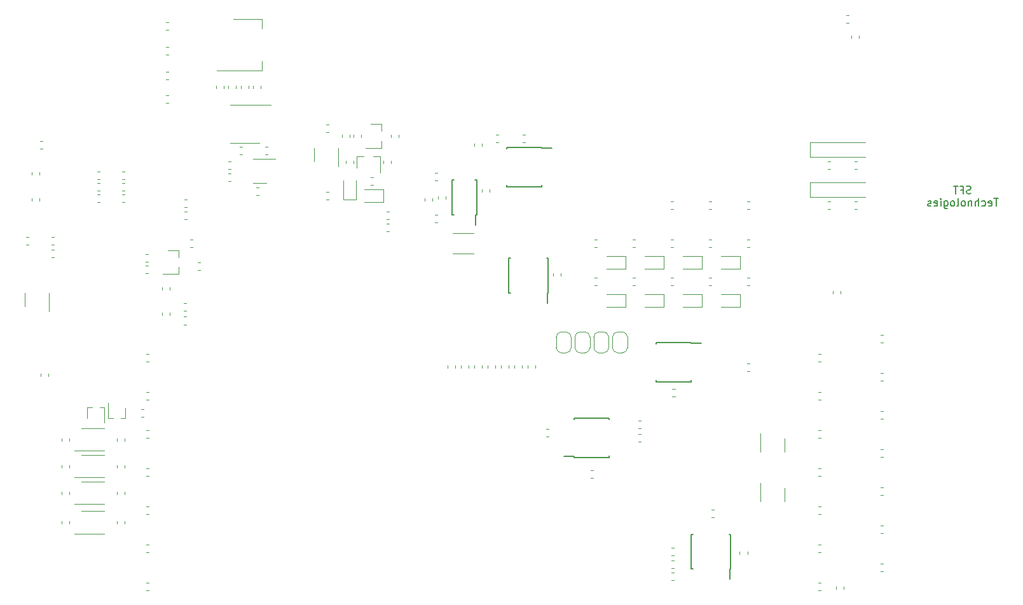
<source format=gbr>
G04 #@! TF.GenerationSoftware,KiCad,Pcbnew,5.1.10*
G04 #@! TF.CreationDate,2021-11-28T00:22:19+01:00*
G04 #@! TF.ProjectId,board,626f6172-642e-46b6-9963-61645f706362,rev?*
G04 #@! TF.SameCoordinates,Original*
G04 #@! TF.FileFunction,Legend,Bot*
G04 #@! TF.FilePolarity,Positive*
%FSLAX46Y46*%
G04 Gerber Fmt 4.6, Leading zero omitted, Abs format (unit mm)*
G04 Created by KiCad (PCBNEW 5.1.10) date 2021-11-28 00:22:19*
%MOMM*%
%LPD*%
G01*
G04 APERTURE LIST*
%ADD10C,0.150000*%
%ADD11C,0.120000*%
G04 APERTURE END LIST*
D10*
X152225238Y-74636761D02*
X152082380Y-74684380D01*
X151844285Y-74684380D01*
X151749047Y-74636761D01*
X151701428Y-74589142D01*
X151653809Y-74493904D01*
X151653809Y-74398666D01*
X151701428Y-74303428D01*
X151749047Y-74255809D01*
X151844285Y-74208190D01*
X152034761Y-74160571D01*
X152130000Y-74112952D01*
X152177619Y-74065333D01*
X152225238Y-73970095D01*
X152225238Y-73874857D01*
X152177619Y-73779619D01*
X152130000Y-73732000D01*
X152034761Y-73684380D01*
X151796666Y-73684380D01*
X151653809Y-73732000D01*
X150891904Y-74160571D02*
X151225238Y-74160571D01*
X151225238Y-74684380D02*
X151225238Y-73684380D01*
X150749047Y-73684380D01*
X150510952Y-73684380D02*
X149939523Y-73684380D01*
X150225238Y-74684380D02*
X150225238Y-73684380D01*
X155868095Y-75334380D02*
X155296666Y-75334380D01*
X155582380Y-76334380D02*
X155582380Y-75334380D01*
X154582380Y-76286761D02*
X154677619Y-76334380D01*
X154868095Y-76334380D01*
X154963333Y-76286761D01*
X155010952Y-76191523D01*
X155010952Y-75810571D01*
X154963333Y-75715333D01*
X154868095Y-75667714D01*
X154677619Y-75667714D01*
X154582380Y-75715333D01*
X154534761Y-75810571D01*
X154534761Y-75905809D01*
X155010952Y-76001047D01*
X153677619Y-76286761D02*
X153772857Y-76334380D01*
X153963333Y-76334380D01*
X154058571Y-76286761D01*
X154106190Y-76239142D01*
X154153809Y-76143904D01*
X154153809Y-75858190D01*
X154106190Y-75762952D01*
X154058571Y-75715333D01*
X153963333Y-75667714D01*
X153772857Y-75667714D01*
X153677619Y-75715333D01*
X153249047Y-76334380D02*
X153249047Y-75334380D01*
X152820476Y-76334380D02*
X152820476Y-75810571D01*
X152868095Y-75715333D01*
X152963333Y-75667714D01*
X153106190Y-75667714D01*
X153201428Y-75715333D01*
X153249047Y-75762952D01*
X152344285Y-75667714D02*
X152344285Y-76334380D01*
X152344285Y-75762952D02*
X152296666Y-75715333D01*
X152201428Y-75667714D01*
X152058571Y-75667714D01*
X151963333Y-75715333D01*
X151915714Y-75810571D01*
X151915714Y-76334380D01*
X151296666Y-76334380D02*
X151391904Y-76286761D01*
X151439523Y-76239142D01*
X151487142Y-76143904D01*
X151487142Y-75858190D01*
X151439523Y-75762952D01*
X151391904Y-75715333D01*
X151296666Y-75667714D01*
X151153809Y-75667714D01*
X151058571Y-75715333D01*
X151010952Y-75762952D01*
X150963333Y-75858190D01*
X150963333Y-76143904D01*
X151010952Y-76239142D01*
X151058571Y-76286761D01*
X151153809Y-76334380D01*
X151296666Y-76334380D01*
X150391904Y-76334380D02*
X150487142Y-76286761D01*
X150534761Y-76191523D01*
X150534761Y-75334380D01*
X149868095Y-76334380D02*
X149963333Y-76286761D01*
X150010952Y-76239142D01*
X150058571Y-76143904D01*
X150058571Y-75858190D01*
X150010952Y-75762952D01*
X149963333Y-75715333D01*
X149868095Y-75667714D01*
X149725238Y-75667714D01*
X149630000Y-75715333D01*
X149582380Y-75762952D01*
X149534761Y-75858190D01*
X149534761Y-76143904D01*
X149582380Y-76239142D01*
X149630000Y-76286761D01*
X149725238Y-76334380D01*
X149868095Y-76334380D01*
X148677619Y-75667714D02*
X148677619Y-76477238D01*
X148725238Y-76572476D01*
X148772857Y-76620095D01*
X148868095Y-76667714D01*
X149010952Y-76667714D01*
X149106190Y-76620095D01*
X148677619Y-76286761D02*
X148772857Y-76334380D01*
X148963333Y-76334380D01*
X149058571Y-76286761D01*
X149106190Y-76239142D01*
X149153809Y-76143904D01*
X149153809Y-75858190D01*
X149106190Y-75762952D01*
X149058571Y-75715333D01*
X148963333Y-75667714D01*
X148772857Y-75667714D01*
X148677619Y-75715333D01*
X148201428Y-76334380D02*
X148201428Y-75667714D01*
X148201428Y-75334380D02*
X148249047Y-75382000D01*
X148201428Y-75429619D01*
X148153809Y-75382000D01*
X148201428Y-75334380D01*
X148201428Y-75429619D01*
X147344285Y-76286761D02*
X147439523Y-76334380D01*
X147630000Y-76334380D01*
X147725238Y-76286761D01*
X147772857Y-76191523D01*
X147772857Y-75810571D01*
X147725238Y-75715333D01*
X147630000Y-75667714D01*
X147439523Y-75667714D01*
X147344285Y-75715333D01*
X147296666Y-75810571D01*
X147296666Y-75905809D01*
X147772857Y-76001047D01*
X146915714Y-76286761D02*
X146820476Y-76334380D01*
X146630000Y-76334380D01*
X146534761Y-76286761D01*
X146487142Y-76191523D01*
X146487142Y-76143904D01*
X146534761Y-76048666D01*
X146630000Y-76001047D01*
X146772857Y-76001047D01*
X146868095Y-75953428D01*
X146915714Y-75858190D01*
X146915714Y-75810571D01*
X146868095Y-75715333D01*
X146772857Y-75667714D01*
X146630000Y-75667714D01*
X146534761Y-75715333D01*
D11*
X74771267Y-78110000D02*
X74428733Y-78110000D01*
X74771267Y-77090000D02*
X74428733Y-77090000D01*
X74771267Y-78690000D02*
X74428733Y-78690000D01*
X74771267Y-79710000D02*
X74428733Y-79710000D01*
X85371400Y-97885067D02*
X85371400Y-97542533D01*
X84351400Y-97885067D02*
X84351400Y-97542533D01*
X88927400Y-97542533D02*
X88927400Y-97885067D01*
X87907400Y-97542533D02*
X87907400Y-97885067D01*
X86129400Y-97542533D02*
X86129400Y-97885067D01*
X87149400Y-97542533D02*
X87149400Y-97885067D01*
X93241400Y-97885067D02*
X93241400Y-97542533D01*
X94261400Y-97885067D02*
X94261400Y-97542533D01*
X92483400Y-97542533D02*
X92483400Y-97885067D01*
X91463400Y-97542533D02*
X91463400Y-97885067D01*
X90705400Y-97885067D02*
X90705400Y-97542533D01*
X89685400Y-97885067D02*
X89685400Y-97542533D01*
X83593400Y-97542533D02*
X83593400Y-97885067D01*
X82573400Y-97542533D02*
X82573400Y-97885067D01*
X124168000Y-109104000D02*
X124168000Y-106654000D01*
X127388000Y-107304000D02*
X127388000Y-109104000D01*
X28571267Y-68710000D02*
X28228733Y-68710000D01*
X28571267Y-67690000D02*
X28228733Y-67690000D01*
X27176000Y-71837733D02*
X27176000Y-72180267D01*
X28196000Y-71837733D02*
X28196000Y-72180267D01*
X28196000Y-75609267D02*
X28196000Y-75266733D01*
X27176000Y-75609267D02*
X27176000Y-75266733D01*
X36239267Y-75821000D02*
X35896733Y-75821000D01*
X36239267Y-74801000D02*
X35896733Y-74801000D01*
X39198733Y-74297000D02*
X39541267Y-74297000D01*
X39198733Y-73277000D02*
X39541267Y-73277000D01*
X39198733Y-74801000D02*
X39541267Y-74801000D01*
X39198733Y-75821000D02*
X39541267Y-75821000D01*
X31113000Y-107270733D02*
X31113000Y-107613267D01*
X32133000Y-107270733D02*
X32133000Y-107613267D01*
X31113000Y-110826733D02*
X31113000Y-111169267D01*
X32133000Y-110826733D02*
X32133000Y-111169267D01*
X36239267Y-73277000D02*
X35896733Y-73277000D01*
X36239267Y-74297000D02*
X35896733Y-74297000D01*
X38479000Y-107613267D02*
X38479000Y-107270733D01*
X39499000Y-107613267D02*
X39499000Y-107270733D01*
X38479000Y-111169267D02*
X38479000Y-110826733D01*
X39499000Y-111169267D02*
X39499000Y-110826733D01*
X36239267Y-71753000D02*
X35896733Y-71753000D01*
X36239267Y-72773000D02*
X35896733Y-72773000D01*
X39198733Y-71753000D02*
X39541267Y-71753000D01*
X39198733Y-72773000D02*
X39541267Y-72773000D01*
X31113000Y-118319733D02*
X31113000Y-118662267D01*
X32133000Y-118319733D02*
X32133000Y-118662267D01*
X32133000Y-114382733D02*
X32133000Y-114725267D01*
X31113000Y-114382733D02*
X31113000Y-114725267D01*
X38479000Y-118662267D02*
X38479000Y-118319733D01*
X39499000Y-118662267D02*
X39499000Y-118319733D01*
X38479000Y-114725267D02*
X38479000Y-114382733D01*
X39499000Y-114725267D02*
X39499000Y-114382733D01*
X47771267Y-92110000D02*
X47428733Y-92110000D01*
X47771267Y-91090000D02*
X47428733Y-91090000D01*
X81278000Y-75012733D02*
X81278000Y-75355267D01*
X82298000Y-75012733D02*
X82298000Y-75355267D01*
X96590000Y-85671267D02*
X96590000Y-85328733D01*
X97610000Y-85671267D02*
X97610000Y-85328733D01*
X101555733Y-112524000D02*
X101898267Y-112524000D01*
X101555733Y-111504000D02*
X101898267Y-111504000D01*
X92881267Y-66800000D02*
X92538733Y-66800000D01*
X92881267Y-67820000D02*
X92538733Y-67820000D01*
X112812267Y-101689000D02*
X112469733Y-101689000D01*
X112812267Y-100669000D02*
X112469733Y-100669000D01*
X122461000Y-122678267D02*
X122461000Y-122335733D01*
X121441000Y-122678267D02*
X121441000Y-122335733D01*
X53638267Y-72007000D02*
X53295733Y-72007000D01*
X53638267Y-73027000D02*
X53295733Y-73027000D01*
X51687000Y-60280733D02*
X51687000Y-60623267D01*
X52707000Y-60280733D02*
X52707000Y-60623267D01*
X56640000Y-60280733D02*
X56640000Y-60623267D01*
X57660000Y-60280733D02*
X57660000Y-60623267D01*
X57371267Y-74910000D02*
X57028733Y-74910000D01*
X57371267Y-73890000D02*
X57028733Y-73890000D01*
X54819733Y-68451000D02*
X55162267Y-68451000D01*
X54819733Y-69471000D02*
X55162267Y-69471000D01*
X54358000Y-60280733D02*
X54358000Y-60623267D01*
X53338000Y-60280733D02*
X53338000Y-60623267D01*
X56009000Y-60280733D02*
X56009000Y-60623267D01*
X54989000Y-60280733D02*
X54989000Y-60623267D01*
X130832000Y-67834000D02*
X138132000Y-67834000D01*
X130832000Y-69834000D02*
X130832000Y-67834000D01*
X138132000Y-69834000D02*
X130832000Y-69834000D01*
X138132000Y-75168000D02*
X130832000Y-75168000D01*
X130832000Y-75168000D02*
X130832000Y-73168000D01*
X130832000Y-73168000D02*
X138132000Y-73168000D01*
X135310000Y-127371267D02*
X135310000Y-127028733D01*
X134290000Y-127371267D02*
X134290000Y-127028733D01*
X134894000Y-87690733D02*
X134894000Y-88033267D01*
X133874000Y-87690733D02*
X133874000Y-88033267D01*
X80854733Y-71880000D02*
X81197267Y-71880000D01*
X80854733Y-72900000D02*
X81197267Y-72900000D01*
X81197267Y-77468000D02*
X80854733Y-77468000D01*
X81197267Y-78488000D02*
X80854733Y-78488000D01*
X53295733Y-70356000D02*
X53638267Y-70356000D01*
X53295733Y-71376000D02*
X53638267Y-71376000D01*
X58591267Y-69471000D02*
X58248733Y-69471000D01*
X58591267Y-68451000D02*
X58248733Y-68451000D01*
X38981000Y-104616000D02*
X39641000Y-104616000D01*
X37321000Y-104616000D02*
X37981000Y-104616000D01*
X37321000Y-104616000D02*
X37321000Y-102586000D01*
X39641000Y-103206000D02*
X39641000Y-104616000D01*
X34527000Y-104566000D02*
X34527000Y-103156000D01*
X36847000Y-103156000D02*
X36847000Y-105186000D01*
X36847000Y-103156000D02*
X36187000Y-103156000D01*
X35187000Y-103156000D02*
X34527000Y-103156000D01*
X42046267Y-103390000D02*
X41703733Y-103390000D01*
X42046267Y-104410000D02*
X41703733Y-104410000D01*
X26771267Y-80490000D02*
X26428733Y-80490000D01*
X26771267Y-81510000D02*
X26428733Y-81510000D01*
X29828733Y-80490000D02*
X30171267Y-80490000D01*
X29828733Y-81510000D02*
X30171267Y-81510000D01*
X29828733Y-83210000D02*
X30171267Y-83210000D01*
X29828733Y-82190000D02*
X30171267Y-82190000D01*
X29339000Y-98634733D02*
X29339000Y-98977267D01*
X28319000Y-98634733D02*
X28319000Y-98977267D01*
X47796267Y-76456000D02*
X47453733Y-76456000D01*
X47796267Y-75436000D02*
X47453733Y-75436000D01*
X47453733Y-77087000D02*
X47796267Y-77087000D01*
X47453733Y-78107000D02*
X47796267Y-78107000D01*
X45510000Y-90528733D02*
X45510000Y-90871267D01*
X44490000Y-90528733D02*
X44490000Y-90871267D01*
X47428733Y-90310000D02*
X47771267Y-90310000D01*
X47428733Y-89290000D02*
X47771267Y-89290000D01*
X45383267Y-52859400D02*
X45040733Y-52859400D01*
X45383267Y-51839400D02*
X45040733Y-51839400D01*
X45383267Y-55116000D02*
X45040733Y-55116000D01*
X45383267Y-56136000D02*
X45040733Y-56136000D01*
X45510000Y-87128733D02*
X45510000Y-87471267D01*
X44490000Y-87128733D02*
X44490000Y-87471267D01*
X42716267Y-97030000D02*
X42373733Y-97030000D01*
X42716267Y-96010000D02*
X42373733Y-96010000D01*
X42716267Y-127510000D02*
X42373733Y-127510000D01*
X42716267Y-126490000D02*
X42373733Y-126490000D01*
X42716267Y-121410000D02*
X42373733Y-121410000D01*
X42716267Y-122430000D02*
X42373733Y-122430000D01*
X42716267Y-111250000D02*
X42373733Y-111250000D01*
X42716267Y-112270000D02*
X42373733Y-112270000D01*
X42716267Y-116330000D02*
X42373733Y-116330000D01*
X42716267Y-117350000D02*
X42373733Y-117350000D01*
X42716267Y-101090000D02*
X42373733Y-101090000D01*
X42716267Y-102110000D02*
X42373733Y-102110000D01*
X42716267Y-107190000D02*
X42373733Y-107190000D01*
X42716267Y-106170000D02*
X42373733Y-106170000D01*
X45383267Y-59438000D02*
X45040733Y-59438000D01*
X45383267Y-58418000D02*
X45040733Y-58418000D01*
X45383267Y-61593000D02*
X45040733Y-61593000D01*
X45383267Y-62613000D02*
X45040733Y-62613000D01*
X86035564Y-82640000D02*
X83231436Y-82640000D01*
X86035564Y-79920000D02*
X83231436Y-79920000D01*
X88140000Y-74466267D02*
X88140000Y-74123733D01*
X87120000Y-74466267D02*
X87120000Y-74123733D01*
X87124000Y-68370267D02*
X87124000Y-68027733D01*
X86104000Y-68370267D02*
X86104000Y-68027733D01*
X88982733Y-66800000D02*
X89325267Y-66800000D01*
X88982733Y-67820000D02*
X89325267Y-67820000D01*
X107905733Y-105920000D02*
X108248267Y-105920000D01*
X107905733Y-104900000D02*
X108248267Y-104900000D01*
X107905733Y-106678000D02*
X108248267Y-106678000D01*
X107905733Y-107698000D02*
X108248267Y-107698000D01*
X95980067Y-107063000D02*
X95637533Y-107063000D01*
X95980067Y-106043000D02*
X95637533Y-106043000D01*
X122771267Y-97290000D02*
X122428733Y-97290000D01*
X122771267Y-98310000D02*
X122428733Y-98310000D01*
X102063733Y-80770000D02*
X102406267Y-80770000D01*
X102063733Y-81790000D02*
X102406267Y-81790000D01*
X107143733Y-81790000D02*
X107486267Y-81790000D01*
X107143733Y-80770000D02*
X107486267Y-80770000D01*
X112223733Y-81790000D02*
X112566267Y-81790000D01*
X112223733Y-80770000D02*
X112566267Y-80770000D01*
X117303733Y-80770000D02*
X117646267Y-80770000D01*
X117303733Y-81790000D02*
X117646267Y-81790000D01*
X122383733Y-81790000D02*
X122726267Y-81790000D01*
X122383733Y-80770000D02*
X122726267Y-80770000D01*
X131908733Y-107190000D02*
X132251267Y-107190000D01*
X131908733Y-106170000D02*
X132251267Y-106170000D01*
X131908733Y-101090000D02*
X132251267Y-101090000D01*
X131908733Y-102110000D02*
X132251267Y-102110000D01*
X131908733Y-97030000D02*
X132251267Y-97030000D01*
X131908733Y-96010000D02*
X132251267Y-96010000D01*
X122383733Y-76710000D02*
X122726267Y-76710000D01*
X122383733Y-75690000D02*
X122726267Y-75690000D01*
X117303733Y-76710000D02*
X117646267Y-76710000D01*
X117303733Y-75690000D02*
X117646267Y-75690000D01*
X112223733Y-75690000D02*
X112566267Y-75690000D01*
X112223733Y-76710000D02*
X112566267Y-76710000D01*
X112724267Y-124541000D02*
X112381733Y-124541000D01*
X112724267Y-123521000D02*
X112381733Y-123521000D01*
X112724267Y-122890000D02*
X112381733Y-122890000D01*
X112724267Y-121870000D02*
X112381733Y-121870000D01*
X117715733Y-116790000D02*
X118058267Y-116790000D01*
X117715733Y-117810000D02*
X118058267Y-117810000D01*
X112724267Y-126192000D02*
X112381733Y-126192000D01*
X112724267Y-125172000D02*
X112381733Y-125172000D01*
X133178733Y-70356000D02*
X133521267Y-70356000D01*
X133178733Y-71376000D02*
X133521267Y-71376000D01*
X136734733Y-71376000D02*
X137077267Y-71376000D01*
X136734733Y-70356000D02*
X137077267Y-70356000D01*
X102063733Y-86870000D02*
X102406267Y-86870000D01*
X102063733Y-85850000D02*
X102406267Y-85850000D01*
X107143733Y-85850000D02*
X107486267Y-85850000D01*
X107143733Y-86870000D02*
X107486267Y-86870000D01*
X112223733Y-85850000D02*
X112566267Y-85850000D01*
X112223733Y-86870000D02*
X112566267Y-86870000D01*
X117303733Y-86870000D02*
X117646267Y-86870000D01*
X117303733Y-85850000D02*
X117646267Y-85850000D01*
X122383733Y-85850000D02*
X122726267Y-85850000D01*
X122383733Y-86870000D02*
X122726267Y-86870000D01*
X131908733Y-122430000D02*
X132251267Y-122430000D01*
X131908733Y-121410000D02*
X132251267Y-121410000D01*
X131908733Y-112270000D02*
X132251267Y-112270000D01*
X131908733Y-111250000D02*
X132251267Y-111250000D01*
X131908733Y-117350000D02*
X132251267Y-117350000D01*
X131908733Y-116330000D02*
X132251267Y-116330000D01*
X131908733Y-127510000D02*
X132251267Y-127510000D01*
X131908733Y-126490000D02*
X132251267Y-126490000D01*
X133178733Y-75690000D02*
X133521267Y-75690000D01*
X133178733Y-76710000D02*
X133521267Y-76710000D01*
X136734733Y-76710000D02*
X137077267Y-76710000D01*
X136734733Y-75690000D02*
X137077267Y-75690000D01*
X140506267Y-93470000D02*
X140163733Y-93470000D01*
X140506267Y-94490000D02*
X140163733Y-94490000D01*
X140506267Y-99570000D02*
X140163733Y-99570000D01*
X140506267Y-98550000D02*
X140163733Y-98550000D01*
X140506267Y-103630000D02*
X140163733Y-103630000D01*
X140506267Y-104650000D02*
X140163733Y-104650000D01*
X140506267Y-108710000D02*
X140163733Y-108710000D01*
X140506267Y-109730000D02*
X140163733Y-109730000D01*
X140506267Y-114810000D02*
X140163733Y-114810000D01*
X140506267Y-113790000D02*
X140163733Y-113790000D01*
X140506267Y-119890000D02*
X140163733Y-119890000D01*
X140506267Y-118870000D02*
X140163733Y-118870000D01*
X140506267Y-123950000D02*
X140163733Y-123950000D01*
X140506267Y-124970000D02*
X140163733Y-124970000D01*
X36806000Y-105942000D02*
X33806000Y-105942000D01*
X36806000Y-108942000D02*
X32806000Y-108942000D01*
X36806000Y-112498000D02*
X32806000Y-112498000D01*
X36806000Y-109498000D02*
X33806000Y-109498000D01*
X29460000Y-87900000D02*
X29460000Y-90350000D01*
X26240000Y-89700000D02*
X26240000Y-87900000D01*
X36806000Y-119991000D02*
X32806000Y-119991000D01*
X36806000Y-116991000D02*
X33806000Y-116991000D01*
X36806000Y-113054000D02*
X33806000Y-113054000D01*
X36806000Y-116054000D02*
X32806000Y-116054000D01*
D10*
X86305000Y-77480000D02*
X86305000Y-78830000D01*
X83155000Y-77480000D02*
X83155000Y-72830000D01*
X86405000Y-77480000D02*
X86405000Y-72830000D01*
X83155000Y-77480000D02*
X83355000Y-77480000D01*
X83155000Y-72830000D02*
X83355000Y-72830000D01*
X86405000Y-72830000D02*
X86205000Y-72830000D01*
X86405000Y-77480000D02*
X86305000Y-77480000D01*
X95824000Y-87890000D02*
X95824000Y-89240000D01*
X90699000Y-87890000D02*
X90699000Y-83240000D01*
X95949000Y-87890000D02*
X95949000Y-83240000D01*
X90699000Y-87890000D02*
X90924000Y-87890000D01*
X90699000Y-83240000D02*
X90924000Y-83240000D01*
X95949000Y-83240000D02*
X95724000Y-83240000D01*
X95949000Y-87890000D02*
X95824000Y-87890000D01*
X99402000Y-109813000D02*
X99402000Y-109688000D01*
X104052000Y-109813000D02*
X104052000Y-109588000D01*
X104052000Y-104563000D02*
X104052000Y-104788000D01*
X99402000Y-104563000D02*
X99402000Y-104788000D01*
X99402000Y-109813000D02*
X104052000Y-109813000D01*
X99402000Y-104563000D02*
X104052000Y-104563000D01*
X99402000Y-109688000D02*
X98052000Y-109688000D01*
X95035000Y-68620000D02*
X96385000Y-68620000D01*
X95035000Y-73745000D02*
X90385000Y-73745000D01*
X95035000Y-68495000D02*
X90385000Y-68495000D01*
X95035000Y-73745000D02*
X95035000Y-73520000D01*
X90385000Y-73745000D02*
X90385000Y-73520000D01*
X90385000Y-68495000D02*
X90385000Y-68720000D01*
X95035000Y-68495000D02*
X95035000Y-68620000D01*
X114966000Y-94490000D02*
X114966000Y-94615000D01*
X110316000Y-94490000D02*
X110316000Y-94715000D01*
X110316000Y-99740000D02*
X110316000Y-99515000D01*
X114966000Y-99740000D02*
X114966000Y-99515000D01*
X114966000Y-94490000D02*
X110316000Y-94490000D01*
X114966000Y-99740000D02*
X110316000Y-99740000D01*
X114966000Y-94615000D02*
X116316000Y-94615000D01*
X120133000Y-124705000D02*
X120133000Y-126055000D01*
X115008000Y-124705000D02*
X115008000Y-120055000D01*
X120258000Y-124705000D02*
X120258000Y-120055000D01*
X115008000Y-124705000D02*
X115233000Y-124705000D01*
X115008000Y-120055000D02*
X115233000Y-120055000D01*
X120258000Y-120055000D02*
X120033000Y-120055000D01*
X120258000Y-124705000D02*
X120133000Y-124705000D01*
D11*
X127388000Y-113908000D02*
X127388000Y-115708000D01*
X124168000Y-115708000D02*
X124168000Y-113258000D01*
X51780000Y-58274000D02*
X57790000Y-58274000D01*
X54030000Y-51454000D02*
X57790000Y-51454000D01*
X57790000Y-58274000D02*
X57790000Y-57014000D01*
X57790000Y-51454000D02*
X57790000Y-52714000D01*
X56631000Y-70018000D02*
X59581000Y-70018000D01*
X58431000Y-73238000D02*
X56631000Y-73238000D01*
X55515000Y-62845000D02*
X58965000Y-62845000D01*
X55515000Y-62845000D02*
X53565000Y-62845000D01*
X55515000Y-67965000D02*
X57465000Y-67965000D01*
X55515000Y-67965000D02*
X53565000Y-67965000D01*
X106275000Y-82970000D02*
X106275000Y-84670000D01*
X106275000Y-84670000D02*
X103725000Y-84670000D01*
X106275000Y-82970000D02*
X103725000Y-82970000D01*
X111355000Y-82970000D02*
X108805000Y-82970000D01*
X111355000Y-84670000D02*
X108805000Y-84670000D01*
X111355000Y-82970000D02*
X111355000Y-84670000D01*
X116435000Y-82970000D02*
X113885000Y-82970000D01*
X116435000Y-84670000D02*
X113885000Y-84670000D01*
X116435000Y-82970000D02*
X116435000Y-84670000D01*
X121515000Y-82970000D02*
X121515000Y-84670000D01*
X121515000Y-84670000D02*
X118965000Y-84670000D01*
X121515000Y-82970000D02*
X118965000Y-82970000D01*
X106275000Y-88050000D02*
X103725000Y-88050000D01*
X106275000Y-89750000D02*
X103725000Y-89750000D01*
X106275000Y-88050000D02*
X106275000Y-89750000D01*
X111355000Y-88050000D02*
X111355000Y-89750000D01*
X111355000Y-89750000D02*
X108805000Y-89750000D01*
X111355000Y-88050000D02*
X108805000Y-88050000D01*
X116435000Y-88050000D02*
X116435000Y-89750000D01*
X116435000Y-89750000D02*
X113885000Y-89750000D01*
X116435000Y-88050000D02*
X113885000Y-88050000D01*
X121515000Y-88050000D02*
X118965000Y-88050000D01*
X121515000Y-89750000D02*
X118965000Y-89750000D01*
X121515000Y-88050000D02*
X121515000Y-89750000D01*
X66328733Y-65490000D02*
X66671267Y-65490000D01*
X66328733Y-66510000D02*
X66671267Y-66510000D01*
X66328733Y-74490000D02*
X66671267Y-74490000D01*
X66328733Y-75510000D02*
X66671267Y-75510000D01*
X69510000Y-67171267D02*
X69510000Y-66828733D01*
X68490000Y-67171267D02*
X68490000Y-66828733D01*
X72328733Y-73510000D02*
X72671267Y-73510000D01*
X72328733Y-72490000D02*
X72671267Y-72490000D01*
X135628733Y-50890000D02*
X135971267Y-50890000D01*
X135628733Y-51910000D02*
X135971267Y-51910000D01*
X70350000Y-75500000D02*
X70350000Y-72950000D01*
X68650000Y-75500000D02*
X68650000Y-72950000D01*
X70350000Y-75500000D02*
X68650000Y-75500000D01*
X74000000Y-74150000D02*
X74000000Y-75850000D01*
X74000000Y-75850000D02*
X71450000Y-75850000D01*
X74000000Y-74150000D02*
X71450000Y-74150000D01*
X46760000Y-82220000D02*
X45300000Y-82220000D01*
X46760000Y-85380000D02*
X44600000Y-85380000D01*
X46760000Y-85380000D02*
X46760000Y-84450000D01*
X46760000Y-82220000D02*
X46760000Y-83150000D01*
X73760000Y-65420000D02*
X72300000Y-65420000D01*
X73760000Y-68580000D02*
X71600000Y-68580000D01*
X73760000Y-68580000D02*
X73760000Y-67650000D01*
X73760000Y-65420000D02*
X73760000Y-66350000D01*
X70420000Y-69740000D02*
X71350000Y-69740000D01*
X73580000Y-69740000D02*
X72650000Y-69740000D01*
X73580000Y-69740000D02*
X73580000Y-71900000D01*
X70420000Y-69740000D02*
X70420000Y-71200000D01*
X42328733Y-85310000D02*
X42671267Y-85310000D01*
X42328733Y-84290000D02*
X42671267Y-84290000D01*
X42328733Y-82790000D02*
X42671267Y-82790000D01*
X42328733Y-83810000D02*
X42671267Y-83810000D01*
X49571267Y-84910000D02*
X49228733Y-84910000D01*
X49571267Y-83890000D02*
X49228733Y-83890000D01*
X48228733Y-81790000D02*
X48571267Y-81790000D01*
X48228733Y-80770000D02*
X48571267Y-80770000D01*
X69990000Y-67171267D02*
X69990000Y-66828733D01*
X71010000Y-67171267D02*
X71010000Y-66828733D01*
X73990000Y-70328733D02*
X73990000Y-70671267D01*
X75010000Y-70328733D02*
X75010000Y-70671267D01*
X74990000Y-67171267D02*
X74990000Y-66828733D01*
X76010000Y-67171267D02*
X76010000Y-66828733D01*
X68990000Y-70328733D02*
X68990000Y-70671267D01*
X70010000Y-70328733D02*
X70010000Y-70671267D01*
X80510000Y-75671267D02*
X80510000Y-75328733D01*
X79490000Y-75671267D02*
X79490000Y-75328733D01*
X68010000Y-68600000D02*
X68010000Y-71050000D01*
X64790000Y-70400000D02*
X64790000Y-68600000D01*
X104000000Y-95200000D02*
X104000000Y-93800000D01*
X103300000Y-93100000D02*
X102700000Y-93100000D01*
X102000000Y-93800000D02*
X102000000Y-95200000D01*
X102700000Y-95900000D02*
X103300000Y-95900000D01*
X104000000Y-93800000D02*
G75*
G03*
X103300000Y-93100000I-700000J0D01*
G01*
X102700000Y-93100000D02*
G75*
G03*
X102000000Y-93800000I0J-700000D01*
G01*
X102000000Y-95200000D02*
G75*
G03*
X102700000Y-95900000I700000J0D01*
G01*
X103300000Y-95900000D02*
G75*
G03*
X104000000Y-95200000I0J700000D01*
G01*
X105200000Y-95900000D02*
X105800000Y-95900000D01*
X104500000Y-93800000D02*
X104500000Y-95200000D01*
X105800000Y-93100000D02*
X105200000Y-93100000D01*
X106500000Y-95200000D02*
X106500000Y-93800000D01*
X105800000Y-95900000D02*
G75*
G03*
X106500000Y-95200000I0J700000D01*
G01*
X104500000Y-95200000D02*
G75*
G03*
X105200000Y-95900000I700000J0D01*
G01*
X105200000Y-93100000D02*
G75*
G03*
X104500000Y-93800000I0J-700000D01*
G01*
X106500000Y-93800000D02*
G75*
G03*
X105800000Y-93100000I-700000J0D01*
G01*
X100800000Y-93100000D02*
X100200000Y-93100000D01*
X101500000Y-95200000D02*
X101500000Y-93800000D01*
X100200000Y-95900000D02*
X100800000Y-95900000D01*
X99500000Y-93800000D02*
X99500000Y-95200000D01*
X100200000Y-93100000D02*
G75*
G03*
X99500000Y-93800000I0J-700000D01*
G01*
X101500000Y-93800000D02*
G75*
G03*
X100800000Y-93100000I-700000J0D01*
G01*
X100800000Y-95900000D02*
G75*
G03*
X101500000Y-95200000I0J700000D01*
G01*
X99500000Y-95200000D02*
G75*
G03*
X100200000Y-95900000I700000J0D01*
G01*
X97000000Y-93800000D02*
X97000000Y-95200000D01*
X97700000Y-95900000D02*
X98300000Y-95900000D01*
X99000000Y-95200000D02*
X99000000Y-93800000D01*
X98300000Y-93100000D02*
X97700000Y-93100000D01*
X97000000Y-95200000D02*
G75*
G03*
X97700000Y-95900000I700000J0D01*
G01*
X98300000Y-95900000D02*
G75*
G03*
X99000000Y-95200000I0J700000D01*
G01*
X99000000Y-93800000D02*
G75*
G03*
X98300000Y-93100000I-700000J0D01*
G01*
X97700000Y-93100000D02*
G75*
G03*
X97000000Y-93800000I0J-700000D01*
G01*
X137310000Y-53971267D02*
X137310000Y-53628733D01*
X136290000Y-53971267D02*
X136290000Y-53628733D01*
M02*

</source>
